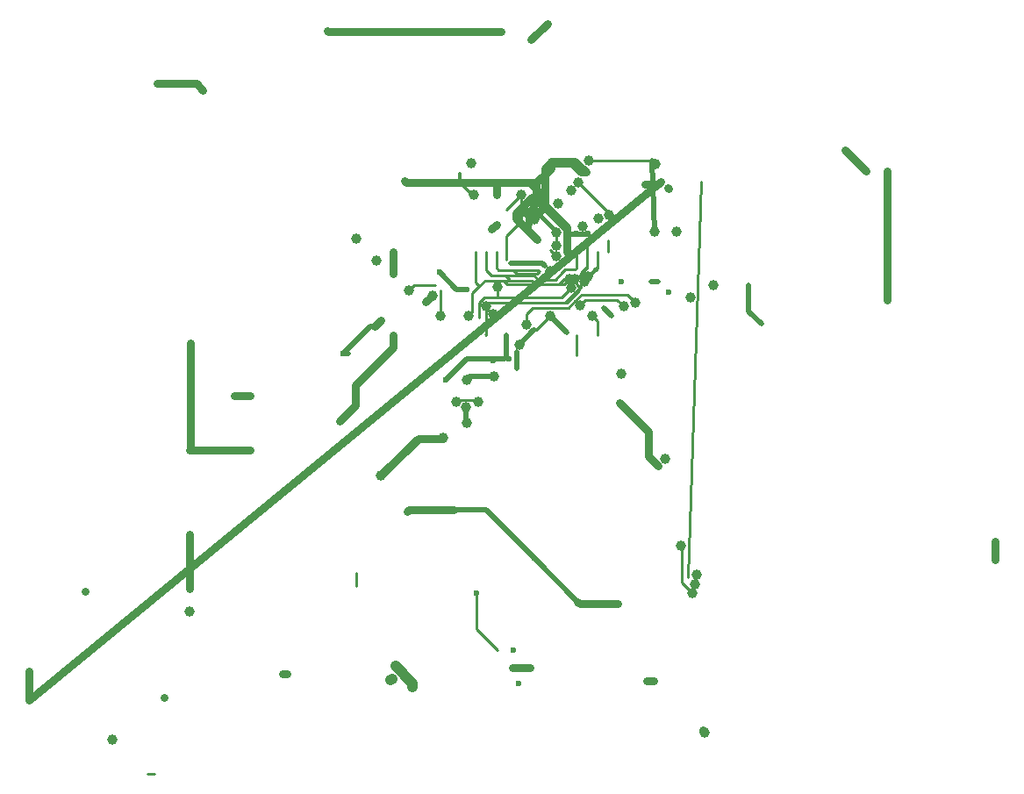
<source format=gbr>
From 723995c54131a132e8ab4bd8d9bbc1ca0eb1d3ee Mon Sep 17 00:00:00 2001
From: jaseg <git@jaseg.net>
Date: Mon, 18 Sep 2017 11:26:05 +0200
Subject: hw v0.4

---
 hw/chibi/chibi_2024/gerbers/chibi_2024-B.Cu.gbr | 876 ++++++++++++------------
 1 file changed, 437 insertions(+), 439 deletions(-)

(limited to 'hw/chibi/chibi_2024/gerbers/chibi_2024-B.Cu.gbr')

diff --git a/hw/chibi/chibi_2024/gerbers/chibi_2024-B.Cu.gbr b/hw/chibi/chibi_2024/gerbers/chibi_2024-B.Cu.gbr
index d7a24ab..71386c8 100644
--- a/hw/chibi/chibi_2024/gerbers/chibi_2024-B.Cu.gbr
+++ b/hw/chibi/chibi_2024/gerbers/chibi_2024-B.Cu.gbr
@@ -1,7 +1,7 @@
 G04 #@! TF.FileFunction,Copper,L2,Bot,Signal*
 %FSLAX46Y46*%
 G04 Gerber Fmt 4.6, Leading zero omitted, Abs format (unit mm)*
-G04 Created by KiCad (PCBNEW 4.0.6) date Wed Sep  6 14:36:40 2017*
+G04 Created by KiCad (PCBNEW 4.0.6) date Mon Sep 18 11:29:53 2017*
 %MOMM*%
 %LPD*%
 G01*
@@ -23,9 +23,9 @@ G04 APERTURE LIST*
 %ADD24O,1.727200X1.727200*%
 %ADD25C,0.600000*%
 %ADD26C,1.000000*%
-%ADD27C,0.500000*%
+%ADD27C,0.800000*%
 %ADD28C,0.254000*%
-%ADD29C,0.800000*%
+%ADD29C,0.500000*%
 %ADD30C,0.350000*%
 %ADD31C,1.000000*%
 %ADD32C,0.250000*%
@@ -240,18 +240,17 @@ X120650000Y-60960000D03*
 X130810000Y-60960000D03*
 X123190000Y-60960000D03*
 D25*
+X102900000Y-67000000D03*
+X104000000Y-67000000D03*
+X90297000Y-81153000D03*
 X96393000Y-79121000D03*
 X95885000Y-79121000D03*
-X94869000Y-79248000D03*
-X94234000Y-79121000D03*
-X90297000Y-81153000D03*
 X98806000Y-98298000D03*
 X93218000Y-101727000D03*
 X107188000Y-71628000D03*
 X111760000Y-72644000D03*
 X89662000Y-70739000D03*
 X92329000Y-72390000D03*
-X104013000Y-67056000D03*
 D26*
 X92710000Y-60198000D03*
 X92964000Y-63246000D03*
@@ -274,6 +273,7 @@ D25*
 X97300000Y-110400000D03*
 X96700000Y-108900000D03*
 X98400000Y-108900000D03*
+X103825000Y-61075000D03*
 X111800000Y-62650000D03*
 X87100000Y-110750000D03*
 X96850000Y-107200000D03*
@@ -298,7 +298,6 @@ X80400000Y-78600000D03*
 X94725000Y-66575000D03*
 X86300000Y-61900000D03*
 X91675000Y-62100000D03*
-X103825000Y-61075000D03*
 D26*
 X115290600Y-115109000D03*
 X89000000Y-72975000D03*
@@ -341,6 +340,8 @@ X110425000Y-66800000D03*
 X112600000Y-66800000D03*
 X110500000Y-60275000D03*
 X104075000Y-59950000D03*
+X93425000Y-83200000D03*
+X91300000Y-83200000D03*
 X114300000Y-100800000D03*
 X111500000Y-88750000D03*
 X114500000Y-99900000D03*
@@ -429,11 +430,11 @@ X102425000Y-62800000D03*
 X105050000Y-65525000D03*
 X106025000Y-65200000D03*
 X103075000Y-62100000D03*
-X107442000Y-74041000D03*
+X99300000Y-65000000D03*
 X103251000Y-73914000D03*
+X107442000Y-74041000D03*
 X100965000Y-68199000D03*
 X100950000Y-66900000D03*
-X98025000Y-64975000D03*
 X100965000Y-69215000D03*
 X98806000Y-65659000D03*
 X107188000Y-80518000D03*
@@ -442,18 +443,19 @@ X103505000Y-66294000D03*
 X101125000Y-64075000D03*
 X113000000Y-97100000D03*
 X114100000Y-101700000D03*
+X104000000Y-71100000D03*
 X102362000Y-72263000D03*
-X103632000Y-71628000D03*
 X95250000Y-72175000D03*
 X94875000Y-74775000D03*
 X94200000Y-73975000D03*
 X104394000Y-74930000D03*
-X102235000Y-71374000D03*
+X102700000Y-71400000D03*
 X92456000Y-74930000D03*
 X58150000Y-115800000D03*
 X65532000Y-103505000D03*
 X83642200Y-69596000D03*
 X81635600Y-67513200D03*
+X92300000Y-81100000D03*
 X90043000Y-86741000D03*
 X113919000Y-73152000D03*
 X116078000Y-72009000D03*
@@ -461,33 +463,64 @@ X97376000Y-77724000D03*
 X100330000Y-70612000D03*
 X100330000Y-74930000D03*
 X97600000Y-63250000D03*
-X94950000Y-80800000D03*
-X92275000Y-83775000D03*
 X84050000Y-90325000D03*
-X92325000Y-85225000D03*
-X98044000Y-75819000D03*
 X89789000Y-74930000D03*
 X86741000Y-72517000D03*
+X98044000Y-75819000D03*
 X108585000Y-73660000D03*
 D27*
+X99250000Y-63700000D02*
+X99250000Y-62950000D01*
+X99850000Y-64300000D02*
+X99250000Y-63700000D01*
+D28*
+X98048000Y-63952000D02*
+X99050000Y-62950000D01*
+X99050000Y-62950000D02*
+X99250000Y-62950000D01*
+X99250000Y-62950000D02*
+X99250000Y-63150000D01*
+X99300000Y-63200000D02*
+X99300000Y-63000000D01*
+X99250000Y-63150000D02*
+X99300000Y-63200000D01*
+X98048000Y-66552000D02*
+X98048000Y-63952000D01*
+X102900000Y-67000000D02*
+X102900000Y-67100000D01*
+X102900000Y-67100000D02*
+X102900000Y-67000000D01*
+X102900000Y-67000000D02*
+X102900000Y-67100000D01*
+D29*
+X102900000Y-67100000D02*
+X101942000Y-67100000D01*
+X101942000Y-67100000D02*
+X101942000Y-67056000D01*
+X103900000Y-67100000D02*
+X102900000Y-67100000D01*
+X104000000Y-67000000D02*
+X103900000Y-67100000D01*
+X95885000Y-79121000D02*
+X95864000Y-79100000D01*
+X93100000Y-79100000D02*
+X93100000Y-79121000D01*
+X95864000Y-79100000D02*
+X93100000Y-79100000D01*
+X90297000Y-81153000D02*
+X92329000Y-79121000D01*
+X92329000Y-79121000D02*
+X93100000Y-79121000D01*
 X96178000Y-78906000D02*
 X96178000Y-76771000D01*
 X96393000Y-79121000D02*
 X96178000Y-78906000D01*
-X94996000Y-79121000D02*
-X95885000Y-79121000D01*
-X94869000Y-79248000D02*
-X94996000Y-79121000D01*
-X92329000Y-79121000D02*
-X94234000Y-79121000D01*
-X90297000Y-81153000D02*
-X92329000Y-79121000D01*
 D28*
 X93218000Y-105168000D02*
 X95250000Y-107200000D01*
 X93218000Y-101727000D02*
 X93218000Y-105168000D01*
-D27*
+D29*
 X110744000Y-71628000D02*
 X110109000Y-71628000D01*
 X110109000Y-71628000D02*
@@ -499,10 +532,10 @@ X83025000Y-75975000D02*
 X83450000Y-75975000D01*
 X80400000Y-78600000D02*
 X83025000Y-75975000D01*
-D29*
+D27*
 X83450000Y-75975000D02*
 X84030500Y-75394500D01*
-D27*
+D29*
 X80400000Y-78600000D02*
 X80912000Y-78600000D01*
 X80912000Y-78600000D02*
@@ -512,8 +545,6 @@ X89662000Y-70739000D02*
 X91313000Y-72390000D01*
 X91313000Y-72390000D02*
 X92329000Y-72390000D01*
-X101942000Y-67056000D02*
-X104013000Y-67056000D01*
 D30*
 X91675000Y-62100000D02*
 X91675000Y-61233000D01*
@@ -523,7 +554,7 @@ X92821000Y-63246000D02*
 X91675000Y-62100000D01*
 X92964000Y-63246000D02*
 X92821000Y-63246000D01*
-D29*
+D27*
 X65600000Y-87900000D02*
 X71415400Y-87900000D01*
 X71415400Y-87900000D02*
@@ -555,7 +586,7 @@ X65659000Y-79184500D02*
 X65659000Y-77597000D01*
 X65659000Y-87900000D02*
 X65659000Y-79184500D01*
-D29*
+D27*
 X69900000Y-82600000D02*
 X71400000Y-82600000D01*
 X69800000Y-82700000D02*
@@ -580,14 +611,14 @@ X110371600Y-110190000D02*
 X109664000Y-110190000D01*
 X103000000Y-102492000D02*
 X103208000Y-102700000D01*
-D27*
+D29*
 X94183200Y-93675200D02*
 X91059000Y-93675200D01*
 X103000000Y-102492000D02*
 X98806000Y-98298000D01*
 X98806000Y-98298000D02*
 X94183200Y-93675200D01*
-D29*
+D27*
 X103208000Y-102700000D02*
 X106900000Y-102700000D01*
 X106900000Y-102700000D02*
@@ -598,14 +629,14 @@ X96700000Y-108900000D02*
 X98400000Y-108900000D01*
 X99850000Y-64300000D02*
 X99850000Y-60750000D01*
-X103325000Y-61075000D02*
-X103825000Y-61075000D01*
-X102450000Y-60200000D02*
-X103325000Y-61075000D01*
-X100400000Y-60200000D02*
-X102450000Y-60200000D01*
 X99850000Y-60750000D02*
 X100400000Y-60200000D01*
+X100400000Y-60200000D02*
+X102450000Y-60200000D01*
+X102450000Y-60200000D02*
+X103325000Y-61075000D01*
+X103325000Y-61075000D02*
+X103825000Y-61075000D01*
 X111800000Y-62650000D02*
 X111750000Y-62600000D01*
 X101942000Y-68771000D02*
@@ -614,14 +645,16 @@ X101942000Y-67056000D02*
 X101942000Y-66392000D01*
 X98400000Y-62100000D02*
 X95950000Y-62100000D01*
-X99250000Y-62950000D02*
+X99300000Y-63000000D02*
 X98400000Y-62100000D01*
-X99250000Y-63700000D02*
-X99250000Y-62950000D01*
+D28*
+X95950000Y-62100000D02*
+X95175000Y-62100000D01*
+D27*
+X99250000Y-62950000D02*
+X99300000Y-63000000D01*
 X101942000Y-66392000D02*
 X99850000Y-64300000D01*
-X99850000Y-64300000D02*
-X99250000Y-63700000D01*
 D31*
 X87100000Y-110750000D02*
 X87100000Y-110400000D01*
@@ -639,7 +672,7 @@ X85450000Y-108750000D02*
 X87100000Y-110400000D01*
 X85000000Y-110050000D02*
 X85100000Y-109950000D01*
-D29*
+D27*
 X110744000Y-62230000D02*
 X109474000Y-62230000D01*
 X110998000Y-61976000D02*
@@ -680,13 +713,7 @@ X50038000Y-112014000D01*
 X50038000Y-112014000D02*
 X50038000Y-109220000D01*
 X99060000Y-67564000D02*
-X97028000Y-65532000D01*
-X97028000Y-65532000D02*
-X97028000Y-65024000D01*
-X97028000Y-65024000D02*
-X98552000Y-63500000D01*
-X98552000Y-63500000D02*
-X99050000Y-63500000D01*
+X98048000Y-66552000D01*
 X98495000Y-48300000D02*
 X100095000Y-46700000D01*
 X96375000Y-48300000D02*
@@ -697,19 +724,7 @@ X78975000Y-47525000D02*
 X95600000Y-47525000D01*
 X78875000Y-47425000D02*
 X78975000Y-47525000D01*
-X99050000Y-63675000D02*
-X99050000Y-63500000D01*
-X101942000Y-66567000D02*
-X99050000Y-63675000D01*
-X101942000Y-68771000D02*
-X101942000Y-66567000D01*
-X99050000Y-63500000D02*
-X99050000Y-62000000D01*
-X99050000Y-62000000D02*
-X99087500Y-62037500D01*
-X99087500Y-62037500D02*
-X99087500Y-62100000D01*
-D29*
+D27*
 X74993500Y-109474000D02*
 X74549000Y-109474000D01*
 X63309500Y-120713500D02*
@@ -727,31 +742,17 @@ X95175000Y-63275000D02*
 X95175000Y-62100000D01*
 X94725000Y-66575000D02*
 X95175000Y-66125000D01*
-X100450000Y-60025000D02*
-X100450000Y-60675000D01*
-X100450000Y-60675000D02*
-X99025000Y-62100000D01*
-X99025000Y-62100000D02*
-X99087500Y-62100000D01*
-X99087500Y-62100000D02*
-X95950000Y-62100000D01*
-X95950000Y-62100000D02*
-X95175000Y-62100000D01*
 X95175000Y-62100000D02*
 X91675000Y-62100000D01*
 X86300000Y-61900000D02*
 X86500000Y-62100000D01*
 X86500000Y-62100000D02*
 X91675000Y-62100000D01*
-X103825000Y-61075000D02*
-X102775000Y-60025000D01*
-X102775000Y-60025000D02*
-X100450000Y-60025000D01*
 X115290600Y-115109000D02*
 X115116781Y-114935181D01*
 X115116781Y-114935181D02*
 X115114927Y-114935181D01*
-D29*
+D27*
 X88375000Y-73600000D02*
 X89000000Y-72975000D01*
 X84030500Y-75394500D02*
@@ -825,7 +826,7 @@ X65600000Y-96045600D02*
 X65595500Y-96050100D01*
 X65595500Y-96050100D02*
 X65595500Y-101282500D01*
-D29*
+D27*
 X143332200Y-96672400D02*
 X143332200Y-98463100D01*
 X143306800Y-93472000D02*
@@ -855,14 +856,14 @@ X86563200Y-93853000D02*
 X86741000Y-93675200D01*
 X86741000Y-93675200D02*
 X91059000Y-93675200D01*
-D29*
+D27*
 X109855000Y-86106000D02*
 X107061000Y-83312000D01*
 X109855000Y-88519000D02*
 X109855000Y-86106000D01*
 X110744000Y-89408000D02*
 X109855000Y-88519000D01*
-D27*
+D29*
 X110500000Y-60275000D02*
 X110175000Y-59950000D01*
 X110175000Y-59950000D02*
@@ -872,6 +873,12 @@ X110425000Y-66800000D01*
 D28*
 X110175000Y-59950000D02*
 X104075000Y-59950000D01*
+X91400000Y-83100000D02*
+X91300000Y-83200000D01*
+X93325000Y-83100000D02*
+X91400000Y-83100000D01*
+X93325000Y-83100000D02*
+X93425000Y-83200000D01*
 D32*
 X113700000Y-99700000D02*
 X113700000Y-100200000D01*
@@ -1268,7 +1275,7 @@ X114909600Y-61976000D01*
 D28*
 X105942000Y-68771000D02*
 X105942000Y-67641600D01*
-D29*
+D27*
 X55498500Y-101554000D02*
 X55499000Y-101554000D01*
 X55499000Y-101554000D02*
@@ -1446,7 +1453,7 @@ X66236998Y-52520998D02*
 X66216000Y-52500000D01*
 X62479002Y-52520998D02*
 X66236998Y-52520998D01*
-D29*
+D27*
 X66858000Y-53142000D02*
 X66216000Y-52500000D01*
 X60750000Y-54250000D02*
@@ -1645,7 +1652,7 @@ X132842000Y-60960000D02*
 X132842000Y-73406000D01*
 X128778000Y-58928000D02*
 X130810000Y-60960000D01*
-D29*
+D27*
 X63100000Y-111779000D02*
 X63119000Y-111760000D01*
 X63100000Y-111800000D02*
@@ -1732,12 +1739,12 @@ X85178000Y-68771000D02*
 X85178000Y-70905000D01*
 X81534000Y-83566000D02*
 X80010000Y-85090000D01*
-X85178000Y-76771000D02*
-X85178000Y-78017000D01*
-X85178000Y-78017000D02*
-X81534000Y-81661000D01*
 X81534000Y-81661000D02*
 X81534000Y-83566000D01*
+X85178000Y-78017000D02*
+X81534000Y-81661000D01*
+X85178000Y-76771000D02*
+X85178000Y-78017000D01*
 D28*
 X81622900Y-101003100D02*
 X81622900Y-99733100D01*
@@ -1945,18 +1952,16 @@ X102942000Y-76771000D02*
 X102942000Y-78668000D01*
 X102942000Y-78668000D02*
 X102870000Y-78740000D01*
-X96774000Y-70500000D02*
-X97140000Y-70866000D01*
-X99060000Y-70866000D02*
-X99314000Y-70612000D01*
-X97140000Y-70866000D02*
-X99060000Y-70866000D01*
 D32*
+X96600000Y-70500000D02*
+X99202000Y-70500000D01*
+X99202000Y-70500000D02*
+X99314000Y-70612000D01*
 X95178000Y-70278000D02*
 X95178000Y-68771000D01*
 X95400000Y-70500000D02*
 X95178000Y-70278000D01*
-X96774000Y-70500000D02*
+X96600000Y-70500000D02*
 X95400000Y-70500000D01*
 D28*
 X102425000Y-62900000D02*
@@ -1967,24 +1972,20 @@ X106025000Y-65050000D02*
 X106025000Y-65200000D01*
 X103075000Y-62100000D02*
 X106025000Y-65050000D01*
+X100950000Y-66900000D02*
+X100950000Y-66650000D01*
+X100950000Y-66650000D02*
+X99300000Y-65000000D01*
 X107442000Y-74041000D02*
 X106807000Y-73406000D01*
-X103759000Y-73406000D02*
-X103251000Y-73914000D01*
 X106807000Y-73406000D02*
 X103759000Y-73406000D01*
+X103759000Y-73406000D02*
+X103251000Y-73914000D01*
 X100965000Y-68199000D02*
 X100950000Y-68184000D01*
 X100950000Y-68184000D02*
 X100950000Y-66900000D01*
-X100175000Y-66125000D02*
-X99025000Y-64975000D01*
-X99025000Y-64975000D02*
-X98025000Y-64975000D01*
-D32*
-X100950000Y-66900000D02*
-X100175000Y-66125000D01*
-D28*
 X100965000Y-69215000D02*
 X100330000Y-68580000D01*
 X100330000Y-68580000D02*
@@ -2011,6 +2012,10 @@ X113100000Y-100700000D02*
 X113100000Y-97200000D01*
 X114100000Y-101700000D02*
 X113100000Y-100700000D01*
+X95500000Y-71000000D02*
+X98800000Y-71000000D01*
+X98800000Y-71000000D02*
+X99249998Y-71449998D01*
 D28*
 X101575000Y-70725000D02*
 X101815000Y-70485000D01*
@@ -2021,49 +2026,37 @@ X102790000Y-70485000D01*
 X102942000Y-70333000D02*
 X102942000Y-68771000D01*
 D32*
-X95925000Y-71000000D02*
-X96025000Y-71000000D01*
 X100850002Y-71449998D02*
 X101575000Y-70725000D01*
-X96474998Y-71449998D02*
+X99249998Y-71449998D02*
 X100850002Y-71449998D01*
-X96025000Y-71000000D02*
-X96474998Y-71449998D01*
 X94178000Y-68771000D02*
 X94178000Y-70503000D01*
 X102942000Y-70333000D02*
 X102942000Y-68771000D01*
 X94675000Y-71000000D02*
-X95925000Y-71000000D01*
+X95500000Y-71000000D01*
 X94178000Y-70503000D02*
 X94675000Y-71000000D01*
 D28*
+X104000000Y-71100000D02*
+X104700000Y-70400000D01*
+X104700000Y-70400000D02*
+X104942000Y-70158000D01*
+X104942000Y-70158000D02*
+X104942000Y-68771000D01*
 X99187000Y-73152000D02*
 X101473000Y-73152000D01*
+X95250000Y-73152000D02*
+X99187000Y-73152000D01*
 X101473000Y-73152000D02*
 X102362000Y-72263000D01*
-X104775000Y-70485000D02*
-X104775000Y-70500000D01*
-D32*
-X104775000Y-70500000D02*
-X104942000Y-70333000D01*
-X104942000Y-70333000D02*
-X104942000Y-68771000D01*
-D28*
-X103632000Y-71628000D02*
-X103647000Y-71628000D01*
-X103647000Y-71628000D02*
-X103647000Y-71613000D01*
-X103647000Y-71613000D02*
-X104775000Y-70485000D01*
 X95250000Y-72175000D02*
 X95250000Y-73152000D01*
 X93525000Y-73660000D02*
 X94033000Y-73152000D01*
 X94033000Y-73152000D02*
 X95250000Y-73152000D01*
-X95250000Y-73152000D02*
-X99187000Y-73152000D01*
 D32*
 X93525000Y-75100000D02*
 X93525000Y-73660000D01*
@@ -2084,41 +2077,31 @@ X95178000Y-75078000D01*
 X95178000Y-75078000D02*
 X94875000Y-74775000D01*
 D28*
-X101092000Y-73660000D02*
-X101981000Y-73660000D01*
-X103124000Y-72517000D02*
-X103124000Y-72136000D01*
-X101981000Y-73660000D02*
-X103124000Y-72517000D01*
-X102870000Y-71374000D02*
-X102870000Y-71882000D01*
-X102870000Y-71882000D02*
-X103124000Y-72136000D01*
-X101092000Y-73660000D02*
-X94515000Y-73660000D01*
+X94178000Y-76771000D02*
+X94178000Y-73997000D01*
+X94178000Y-73997000D02*
+X94200000Y-73975000D01*
 D32*
-X103942000Y-70283000D02*
-X103475000Y-70750000D01*
-X103475000Y-70750000D02*
-X103378000Y-70847000D01*
-X103942000Y-68771000D02*
-X103942000Y-70283000D01*
+X103850000Y-70250000D02*
+X103300000Y-70800000D01*
 D28*
-X102870000Y-71374000D02*
-X102870000Y-71374000D01*
-X102870000Y-71374000D02*
-X103378000Y-70866000D01*
-X103378000Y-70866000D02*
-X103378000Y-70847000D01*
+X101092000Y-73660000D02*
+X94515000Y-73660000D01*
 X94200000Y-73975000D02*
 X94515000Y-73660000D01*
+X101092000Y-73660000D02*
+X101840000Y-73660000D01*
 D32*
-X94178000Y-74475000D02*
-X94200000Y-74453000D01*
-X94200000Y-74453000D02*
-X94200000Y-73975000D01*
-X94178000Y-76771000D02*
-X94178000Y-74475000D01*
+X103100000Y-72400000D02*
+X101840000Y-73660000D01*
+X103850000Y-70250000D02*
+X103942000Y-70158000D01*
+X103942000Y-70158000D02*
+X103942000Y-68771000D01*
+X103300000Y-70800000D02*
+X103300000Y-72200000D01*
+X103300000Y-72200000D02*
+X103100000Y-72400000D01*
 D28*
 X103942000Y-68771000D02*
 X103942000Y-67660400D01*
@@ -2127,45 +2110,45 @@ X94157800Y-76791200D02*
 X94178000Y-76771000D01*
 X94107000Y-76700000D02*
 X94178000Y-76771000D01*
+X92850000Y-73600000D02*
+X92850000Y-74536000D01*
+X92850000Y-74536000D02*
+X92456000Y-74930000D01*
+X95400000Y-71525000D02*
+X98625000Y-71525000D01*
+X98625000Y-71525000D02*
+X99000000Y-71900000D01*
+X99900000Y-71900000D02*
+X99000000Y-71900000D01*
 D28*
-X104942000Y-76771000D02*
-X104942000Y-75478000D01*
 X104942000Y-75478000D02*
 X104394000Y-74930000D01*
-X101709000Y-71900000D02*
-X101473000Y-71900000D01*
-X102235000Y-71374000D02*
-X101709000Y-71900000D01*
+X104942000Y-76771000D02*
+X104942000Y-75478000D01*
 D32*
+X101200000Y-71900000D02*
+X101300000Y-71800000D01*
+X99900000Y-71900000D02*
+X101200000Y-71900000D01*
+X101300000Y-71800000D02*
+X101450000Y-71650000D01*
+X101700000Y-71400000D02*
+X102700000Y-71400000D01*
+X101450000Y-71650000D02*
+X101700000Y-71400000D01*
 X94600000Y-71525000D02*
-X95849996Y-71525000D01*
+X95400000Y-71525000D01*
 X94075000Y-71525000D02*
 X93537500Y-72062500D01*
 X94075000Y-71525000D02*
 X94600000Y-71525000D01*
-X96149998Y-71825002D02*
-X96224996Y-71900000D01*
-X96149998Y-71900000D02*
-X96149998Y-71825002D01*
-X100602000Y-71900000D02*
-X96149998Y-71900000D01*
-X95849996Y-71525000D02*
-X96224996Y-71900000D01*
-D28*
-X101473000Y-71900000D02*
-X100602000Y-71900000D01*
-X92850000Y-74625000D02*
-X92761000Y-74625000D01*
-X92761000Y-74625000D02*
-X92456000Y-74930000D01*
-D32*
 X93178000Y-68771000D02*
 X93178000Y-71703000D01*
 X93178000Y-71703000D02*
 X93537500Y-72062500D01*
 X92850000Y-72750000D02*
 X93537500Y-72062500D01*
-X92850000Y-74625000D02*
+X92850000Y-73600000D02*
 X92850000Y-72750000D01*
 X62200000Y-119126000D02*
 X61476000Y-119126000D01*
@@ -2192,20 +2175,29 @@ X81635600Y-67589400D02*
 X81635600Y-67513200D01*
 X81635600Y-67589400D02*
 X81635600Y-67513200D01*
+D27*
+X84050000Y-90325000D02*
+X84055000Y-90325000D01*
+X84055000Y-90325000D02*
+X87630000Y-86750000D01*
+D28*
+X97600000Y-63250000D02*
+X97600000Y-65800000D01*
+X97600000Y-65800000D02*
+X96178000Y-67222000D01*
 D29*
-X87630000Y-86750000D02*
-X87494000Y-86750000D01*
-X87494000Y-86750000D02*
-X84050000Y-90194000D01*
-X84050000Y-90194000D02*
-X84050000Y-90325000D01*
+X94950000Y-80800000D02*
+X92600000Y-80800000D01*
+X92600000Y-80800000D02*
+X92300000Y-81100000D01*
+D27*
 X90043000Y-86741000D02*
 X90034000Y-86750000D01*
 X90034000Y-86750000D02*
 X88700000Y-86750000D01*
 X88700000Y-86750000D02*
 X87630000Y-86750000D01*
-D27*
+D29*
 X106299000Y-74930000D02*
 X105537000Y-74168000D01*
 X113538000Y-73533000D02*
@@ -2235,7 +2227,7 @@ X119507000Y-74467000D02*
 X120740000Y-75700000D01*
 X119507000Y-71927000D02*
 X119507000Y-74467000D01*
-D27*
+D29*
 X100330000Y-74930000D02*
 X101942000Y-76542000D01*
 X101942000Y-76542000D02*
@@ -2255,7 +2247,7 @@ X99568000Y-69850000D02*
 X96520000Y-69850000D01*
 X99822000Y-70104000D02*
 X99568000Y-69850000D01*
-D27*
+D29*
 X97175000Y-78425000D02*
 X97175000Y-79975000D01*
 X96350000Y-80800000D02*
@@ -2270,10 +2262,6 @@ X97401000Y-77724000D02*
 X98802000Y-76323000D01*
 X98802000Y-76323000D02*
 X98875000Y-76250000D01*
-X92325000Y-85225000D02*
-X92275000Y-85175000D01*
-X92275000Y-85175000D02*
-X92275000Y-83775000D01*
 D28*
 X96178000Y-69508000D02*
 X96178000Y-68771000D01*
@@ -2281,34 +2269,10 @@ X98875000Y-76250000D02*
 X99010000Y-76250000D01*
 X99010000Y-76250000D02*
 X100330000Y-74930000D01*
-X92275000Y-83775000D02*
-X92275000Y-85175000D01*
-X96178000Y-64672000D02*
+X96178000Y-67222000D02*
 X96178000Y-68771000D01*
-X97600000Y-63250000D02*
-X96178000Y-64672000D01*
 X98875000Y-76250000D02*
 X97175000Y-77950000D01*
-X108585000Y-73660000D02*
-X107823000Y-72898000D01*
-X103378000Y-72898000D02*
-X102743000Y-73533000D01*
-X107823000Y-72898000D02*
-X103378000Y-72898000D01*
-X108204000Y-73279000D02*
-X108585000Y-73660000D01*
-X101219000Y-74168000D02*
-X102108000Y-74168000D01*
-X102108000Y-74168000D02*
-X102743000Y-73533000D01*
-X98044000Y-74803000D02*
-X98044000Y-75819000D01*
-X98171000Y-74676000D02*
-X98044000Y-74803000D01*
-X101219000Y-74168000D02*
-X98679000Y-74168000D01*
-X98679000Y-74168000D02*
-X98171000Y-74676000D01*
 X89789000Y-72517000D02*
 X89789000Y-74930000D01*
 X89281000Y-72009000D02*
@@ -2317,6 +2281,26 @@ X87249000Y-72009000D02*
 X89281000Y-72009000D01*
 X86741000Y-72517000D02*
 X87249000Y-72009000D01*
+X98679000Y-74168000D02*
+X98171000Y-74676000D01*
+X101219000Y-74168000D02*
+X98679000Y-74168000D01*
+X98171000Y-74676000D02*
+X98044000Y-74803000D01*
+X98044000Y-74803000D02*
+X98044000Y-75819000D01*
+X102108000Y-74168000D02*
+X102743000Y-73533000D01*
+X101219000Y-74168000D02*
+X102108000Y-74168000D01*
+X107823000Y-72898000D02*
+X103378000Y-72898000D01*
+X103378000Y-72898000D02*
+X102743000Y-73533000D01*
+X108585000Y-73660000D02*
+X107823000Y-72898000D01*
+X108204000Y-73279000D02*
+X108585000Y-73660000D01*
 X108585000Y-73660000D02*
 X108204000Y-73279000D01*
 G36*
@@ -2760,6 +2744,7 @@ X66876908Y-61827109D01*
 X66890559Y-61895738D01*
 X66988974Y-62043026D01*
 X67750974Y-62805027D01*
+X67837666Y-62862952D01*
 X67898262Y-62903441D01*
 X68072000Y-62938000D01*
 X75249948Y-62938000D01*
@@ -3127,6 +3112,7 @@ X68660262Y-102273441D01*
 X68834000Y-102308000D01*
 X75249948Y-102308000D01*
 X75878974Y-102937027D01*
+X76023498Y-103033594D01*
 X76026262Y-103035441D01*
 X76200000Y-103070000D01*
 X76327000Y-103070000D01*
@@ -3519,21 +3505,18 @@ X84442641Y-98403661D01*
 X84344226Y-98256373D01*
 X80921200Y-94833348D01*
 X80921200Y-92364652D01*
-X83395006Y-89890847D01*
-X83378340Y-89915789D01*
-X83378340Y-89915790D01*
-X83322999Y-90194000D01*
-X83323000Y-90194005D01*
+X82960852Y-90325000D01*
 X83323000Y-90325000D01*
 X83378340Y-90603211D01*
 X83535933Y-90839067D01*
 X83771789Y-90996660D01*
 X84050000Y-91052000D01*
-X84328211Y-90996660D01*
-X84564067Y-90839067D01*
-X84721660Y-90603211D01*
-X84734755Y-90537379D01*
-X87795133Y-87477000D01*
+X84054995Y-91052000D01*
+X84055000Y-91052001D01*
+X84301338Y-91003000D01*
+X84333211Y-90996660D01*
+X84569067Y-90839067D01*
+X87931133Y-87477000D01*
 X90033995Y-87477000D01*
 X90034000Y-87477001D01*
 X90266052Y-87430842D01*
@@ -3547,46 +3530,52 @@ X90557067Y-86226933D01*
 X90321211Y-86069340D01*
 X90043000Y-86013999D01*
 X89997750Y-86023000D01*
-X87494005Y-86023000D01*
-X87494000Y-86022999D01*
-X87215790Y-86078339D01*
-X87137527Y-86130633D01*
-X86979933Y-86235933D01*
-X86979931Y-86235936D01*
-X85641683Y-87574183D01*
+X87630000Y-86023000D01*
+X87351789Y-86078340D01*
+X87115933Y-86235933D01*
+X87115931Y-86235936D01*
+X83551001Y-89800865D01*
+X83535933Y-89810933D01*
+X83378340Y-90046789D01*
+X83323000Y-90325000D01*
+X82960852Y-90325000D01*
+X85538027Y-87747826D01*
+X85636441Y-87600538D01*
 X85671000Y-87426800D01*
 X85671000Y-86741000D01*
 X85669000Y-86730945D01*
 X85669000Y-85150224D01*
-X86920053Y-83899171D01*
-X91647891Y-83899171D01*
-X91698000Y-84020444D01*
-X91698000Y-85174995D01*
-X91697999Y-85175000D01*
-X91698043Y-85175221D01*
-X91697891Y-85349171D01*
-X91793145Y-85579703D01*
-X91969369Y-85756235D01*
-X92199735Y-85851891D01*
-X92449171Y-85852109D01*
-X92679703Y-85756855D01*
-X92856235Y-85580631D01*
-X92951891Y-85350265D01*
-X92952109Y-85100829D01*
-X92856855Y-84870297D01*
-X92852000Y-84865434D01*
-X92852000Y-84020416D01*
-X92901891Y-83900265D01*
-X92902109Y-83650829D01*
-X92806855Y-83420297D01*
-X92630631Y-83243765D01*
-X92400265Y-83148109D01*
-X92150829Y-83147891D01*
-X91920297Y-83243145D01*
-X91743765Y-83419369D01*
-X91648109Y-83649735D01*
-X91647891Y-83899171D01*
-X86920053Y-83899171D01*
+X87495053Y-83324171D01*
+X90672891Y-83324171D01*
+X90768145Y-83554703D01*
+X90944369Y-83731235D01*
+X91174735Y-83826891D01*
+X91424171Y-83827109D01*
+X91654703Y-83731855D01*
+X91831235Y-83555631D01*
+X91831912Y-83554000D01*
+X92892855Y-83554000D01*
+X92893145Y-83554703D01*
+X93069369Y-83731235D01*
+X93299735Y-83826891D01*
+X93549171Y-83827109D01*
+X93779703Y-83731855D01*
+X93956235Y-83555631D01*
+X94051891Y-83325265D01*
+X94052109Y-83075829D01*
+X93956855Y-82845297D01*
+X93780631Y-82668765D01*
+X93550265Y-82573109D01*
+X93300829Y-82572891D01*
+X93123892Y-82646000D01*
+X91600807Y-82646000D01*
+X91425265Y-82573109D01*
+X91175829Y-82572891D01*
+X90945297Y-82668145D01*
+X90768765Y-82844369D01*
+X90673109Y-83074735D01*
+X90672891Y-83324171D01*
+X87495053Y-83324171D01*
 X92464819Y-78354406D01*
 X92478000Y-78354406D01*
 X92599179Y-78331605D01*
@@ -3644,18 +3633,21 @@ X96597999Y-77950000D01*
 X96598000Y-77950005D01*
 X96598000Y-79735999D01*
 X96110998Y-80223000D01*
-X95195416Y-80223000D01*
-X95075265Y-80173109D01*
-X94825829Y-80172891D01*
-X94595297Y-80268145D01*
-X94418765Y-80444369D01*
-X94323109Y-80674735D01*
-X94322891Y-80924171D01*
-X94418145Y-81154703D01*
-X94594369Y-81331235D01*
-X94824735Y-81426891D01*
-X95074171Y-81427109D01*
-X95195444Y-81377000D01*
+X92600000Y-80223000D01*
+X92379192Y-80266922D01*
+X92191999Y-80391999D01*
+X92065534Y-80518464D01*
+X91945297Y-80568145D01*
+X91768765Y-80744369D01*
+X91673109Y-80974735D01*
+X91672891Y-81224171D01*
+X91768145Y-81454703D01*
+X91944369Y-81631235D01*
+X92174735Y-81726891D01*
+X92424171Y-81727109D01*
+X92654703Y-81631855D01*
+X92831235Y-81455631D01*
+X92863885Y-81377000D01*
 X96349995Y-81377000D01*
 X96350000Y-81377001D01*
 X96570808Y-81333078D01*
@@ -4431,7 +4423,7 @@ X118655623Y-74283296D01*
 X119041881Y-74025206D01*
 X119053000Y-74008565D01*
 X119053000Y-74467000D01*
-X119084622Y-74625973D01*
+X119081241Y-74608974D01*
 X119087559Y-74640738D01*
 X119185974Y-74788026D01*
 X119636540Y-75238592D01*
@@ -4469,7 +4461,7 @@ X120284377Y-72036704D01*
 X119961000Y-72252778D01*
 X119961000Y-71927000D01*
 X119926441Y-71753262D01*
-X119889498Y-71697973D01*
+X119908911Y-71727027D01*
 X119828026Y-71605973D01*
 X119303460Y-71081407D01*
 X119390600Y-70643325D01*
@@ -4857,15 +4849,11 @@ X99568000Y-69396000D01*
 X96811406Y-69396000D01*
 X96811406Y-67521000D01*
 X96788605Y-67399821D01*
-X96716988Y-67288526D01*
-X96632000Y-67230456D01*
-X96632000Y-65099171D01*
-X97397891Y-65099171D01*
-X97493145Y-65329703D01*
-X97669369Y-65506235D01*
-X97899735Y-65601891D01*
-X98149171Y-65602109D01*
-X98179060Y-65589759D01*
+X96731294Y-67310758D01*
+X97921027Y-66121026D01*
+X98019441Y-65973738D01*
+X98054000Y-65800000D01*
+X98054000Y-65783171D01*
 X98178891Y-65783171D01*
 X98274145Y-66013703D01*
 X98450369Y-66190235D01*
@@ -4899,26 +4887,24 @@ X101576891Y-67025265D01*
 X101577109Y-66775829D01*
 X101481855Y-66545297D01*
 X101305631Y-66368765D01*
-X101075265Y-66273109D01*
-X100962235Y-66273010D01*
-X100501724Y-65812500D01*
-X100496027Y-65803974D01*
-X99346026Y-64653974D01*
-X99198738Y-64555559D01*
-X99025000Y-64521000D01*
-X98457731Y-64521000D01*
-X98380631Y-64443765D01*
-X98150265Y-64348109D01*
-X97900829Y-64347891D01*
-X97670297Y-64443145D01*
-X97493765Y-64619369D01*
-X97398109Y-64849735D01*
-X97397891Y-65099171D01*
-X96632000Y-65099171D01*
-X96632000Y-64860052D01*
-X97615039Y-63877014D01*
-X97724171Y-63877109D01*
-X97954703Y-63781855D01*
+X101294536Y-66364158D01*
+X101271026Y-66328973D01*
+X99927014Y-64984961D01*
+X99927109Y-64875829D01*
+X99831855Y-64645297D01*
+X99655631Y-64468765D01*
+X99425265Y-64373109D01*
+X99175829Y-64372891D01*
+X98945297Y-64468145D01*
+X98768765Y-64644369D01*
+X98673109Y-64874735D01*
+X98672968Y-65035552D01*
+X98451297Y-65127145D01*
+X98274765Y-65303369D01*
+X98179109Y-65533735D01*
+X98178891Y-65783171D01*
+X98054000Y-65783171D01*
+X98054000Y-63682731D01*
 X98131235Y-63605631D01*
 X98226891Y-63375265D01*
 X98227109Y-63125829D01*
@@ -4929,10 +4915,13 @@ X97475829Y-62622891D01*
 X97245297Y-62718145D01*
 X97068765Y-62894369D01*
 X96973109Y-63124735D01*
-X96973013Y-63234935D01*
-X95856974Y-64350974D01*
-X95758559Y-64498262D01*
-X95724000Y-64672000D01*
+X96972891Y-63374171D01*
+X97068145Y-63604703D01*
+X97146000Y-63682694D01*
+X97146000Y-65611947D01*
+X95856974Y-66900974D01*
+X95758559Y-67048262D01*
+X95724000Y-67222000D01*
 X95724000Y-67231515D01*
 X95677419Y-67261489D01*
 X95607714Y-67213862D01*
@@ -6013,6 +6002,7 @@ X66876908Y-61827109D01*
 X66890559Y-61895738D01*
 X66988974Y-62043026D01*
 X67750974Y-62805027D01*
+X67837666Y-62862952D01*
 X67898262Y-62903441D01*
 X68072000Y-62938000D01*
 X75249948Y-62938000D01*
@@ -6380,6 +6370,7 @@ X68660262Y-102273441D01*
 X68834000Y-102308000D01*
 X75249948Y-102308000D01*
 X75878974Y-102937027D01*
+X76023498Y-103033594D01*
 X76026262Y-103035441D01*
 X76200000Y-103070000D01*
 X76327000Y-103070000D01*
@@ -6772,21 +6763,18 @@ X84442641Y-98403661D01*
 X84344226Y-98256373D01*
 X80921200Y-94833348D01*
 X80921200Y-92364652D01*
-X83395006Y-89890847D01*
-X83378340Y-89915789D01*
-X83378340Y-89915790D01*
-X83322999Y-90194000D01*
-X83323000Y-90194005D01*
+X82960852Y-90325000D01*
 X83323000Y-90325000D01*
 X83378340Y-90603211D01*
 X83535933Y-90839067D01*
 X83771789Y-90996660D01*
 X84050000Y-91052000D01*
-X84328211Y-90996660D01*
-X84564067Y-90839067D01*
-X84721660Y-90603211D01*
-X84734755Y-90537379D01*
-X87795133Y-87477000D01*
+X84054995Y-91052000D01*
+X84055000Y-91052001D01*
+X84301338Y-91003000D01*
+X84333211Y-90996660D01*
+X84569067Y-90839067D01*
+X87931133Y-87477000D01*
 X90033995Y-87477000D01*
 X90034000Y-87477001D01*
 X90266052Y-87430842D01*
@@ -6800,46 +6788,52 @@ X90557067Y-86226933D01*
 X90321211Y-86069340D01*
 X90043000Y-86013999D01*
 X89997750Y-86023000D01*
-X87494005Y-86023000D01*
-X87494000Y-86022999D01*
-X87215790Y-86078339D01*
-X87137527Y-86130633D01*
-X86979933Y-86235933D01*
-X86979931Y-86235936D01*
-X85641683Y-87574183D01*
+X87630000Y-86023000D01*
+X87351789Y-86078340D01*
+X87115933Y-86235933D01*
+X87115931Y-86235936D01*
+X83551001Y-89800865D01*
+X83535933Y-89810933D01*
+X83378340Y-90046789D01*
+X83323000Y-90325000D01*
+X82960852Y-90325000D01*
+X85538027Y-87747826D01*
+X85636441Y-87600538D01*
 X85671000Y-87426800D01*
 X85671000Y-86741000D01*
 X85669000Y-86730945D01*
 X85669000Y-85150224D01*
-X86920053Y-83899171D01*
-X91647891Y-83899171D01*
-X91698000Y-84020444D01*
-X91698000Y-85174995D01*
-X91697999Y-85175000D01*
-X91698043Y-85175221D01*
-X91697891Y-85349171D01*
-X91793145Y-85579703D01*
-X91969369Y-85756235D01*
-X92199735Y-85851891D01*
-X92449171Y-85852109D01*
-X92679703Y-85756855D01*
-X92856235Y-85580631D01*
-X92951891Y-85350265D01*
-X92952109Y-85100829D01*
-X92856855Y-84870297D01*
-X92852000Y-84865434D01*
-X92852000Y-84020416D01*
-X92901891Y-83900265D01*
-X92902109Y-83650829D01*
-X92806855Y-83420297D01*
-X92630631Y-83243765D01*
-X92400265Y-83148109D01*
-X92150829Y-83147891D01*
-X91920297Y-83243145D01*
-X91743765Y-83419369D01*
-X91648109Y-83649735D01*
-X91647891Y-83899171D01*
-X86920053Y-83899171D01*
+X87495053Y-83324171D01*
+X90672891Y-83324171D01*
+X90768145Y-83554703D01*
+X90944369Y-83731235D01*
+X91174735Y-83826891D01*
+X91424171Y-83827109D01*
+X91654703Y-83731855D01*
+X91831235Y-83555631D01*
+X91831912Y-83554000D01*
+X92892855Y-83554000D01*
+X92893145Y-83554703D01*
+X93069369Y-83731235D01*
+X93299735Y-83826891D01*
+X93549171Y-83827109D01*
+X93779703Y-83731855D01*
+X93956235Y-83555631D01*
+X94051891Y-83325265D01*
+X94052109Y-83075829D01*
+X93956855Y-82845297D01*
+X93780631Y-82668765D01*
+X93550265Y-82573109D01*
+X93300829Y-82572891D01*
+X93123892Y-82646000D01*
+X91600807Y-82646000D01*
+X91425265Y-82573109D01*
+X91175829Y-82572891D01*
+X90945297Y-82668145D01*
+X90768765Y-82844369D01*
+X90673109Y-83074735D01*
+X90672891Y-83324171D01*
+X87495053Y-83324171D01*
 X92464819Y-78354406D01*
 X92478000Y-78354406D01*
 X92599179Y-78331605D01*
@@ -6897,18 +6891,21 @@ X96597999Y-77950000D01*
 X96598000Y-77950005D01*
 X96598000Y-79735999D01*
 X96110998Y-80223000D01*
-X95195416Y-80223000D01*
-X95075265Y-80173109D01*
-X94825829Y-80172891D01*
-X94595297Y-80268145D01*
-X94418765Y-80444369D01*
-X94323109Y-80674735D01*
-X94322891Y-80924171D01*
-X94418145Y-81154703D01*
-X94594369Y-81331235D01*
-X94824735Y-81426891D01*
-X95074171Y-81427109D01*
-X95195444Y-81377000D01*
+X92600000Y-80223000D01*
+X92379192Y-80266922D01*
+X92191999Y-80391999D01*
+X92065534Y-80518464D01*
+X91945297Y-80568145D01*
+X91768765Y-80744369D01*
+X91673109Y-80974735D01*
+X91672891Y-81224171D01*
+X91768145Y-81454703D01*
+X91944369Y-81631235D01*
+X92174735Y-81726891D01*
+X92424171Y-81727109D01*
+X92654703Y-81631855D01*
+X92831235Y-81455631D01*
+X92863885Y-81377000D01*
 X96349995Y-81377000D01*
 X96350000Y-81377001D01*
 X96570808Y-81333078D01*
@@ -7684,7 +7681,7 @@ X118655623Y-74283296D01*
 X119041881Y-74025206D01*
 X119053000Y-74008565D01*
 X119053000Y-74467000D01*
-X119084622Y-74625973D01*
+X119081241Y-74608974D01*
 X119087559Y-74640738D01*
 X119185974Y-74788026D01*
 X119636540Y-75238592D01*
@@ -7722,7 +7719,7 @@ X120284377Y-72036704D01*
 X119961000Y-72252778D01*
 X119961000Y-71927000D01*
 X119926441Y-71753262D01*
-X119889498Y-71697973D01*
+X119908911Y-71727027D01*
 X119828026Y-71605973D01*
 X119303460Y-71081407D01*
 X119390600Y-70643325D01*
@@ -8110,15 +8107,11 @@ X99568000Y-69396000D01*
 X96811406Y-69396000D01*
 X96811406Y-67521000D01*
 X96788605Y-67399821D01*
-X96716988Y-67288526D01*
-X96632000Y-67230456D01*
-X96632000Y-65099171D01*
-X97397891Y-65099171D01*
-X97493145Y-65329703D01*
-X97669369Y-65506235D01*
-X97899735Y-65601891D01*
-X98149171Y-65602109D01*
-X98179060Y-65589759D01*
+X96731294Y-67310758D01*
+X97921027Y-66121026D01*
+X98019441Y-65973738D01*
+X98054000Y-65800000D01*
+X98054000Y-65783171D01*
 X98178891Y-65783171D01*
 X98274145Y-66013703D01*
 X98450369Y-66190235D01*
@@ -8152,26 +8145,24 @@ X101576891Y-67025265D01*
 X101577109Y-66775829D01*
 X101481855Y-66545297D01*
 X101305631Y-66368765D01*
-X101075265Y-66273109D01*
-X100962235Y-66273010D01*
-X100501724Y-65812500D01*
-X100496027Y-65803974D01*
-X99346026Y-64653974D01*
-X99198738Y-64555559D01*
-X99025000Y-64521000D01*
-X98457731Y-64521000D01*
-X98380631Y-64443765D01*
-X98150265Y-64348109D01*
-X97900829Y-64347891D01*
-X97670297Y-64443145D01*
-X97493765Y-64619369D01*
-X97398109Y-64849735D01*
-X97397891Y-65099171D01*
-X96632000Y-65099171D01*
-X96632000Y-64860052D01*
-X97615039Y-63877014D01*
-X97724171Y-63877109D01*
-X97954703Y-63781855D01*
+X101294536Y-66364158D01*
+X101271026Y-66328973D01*
+X99927014Y-64984961D01*
+X99927109Y-64875829D01*
+X99831855Y-64645297D01*
+X99655631Y-64468765D01*
+X99425265Y-64373109D01*
+X99175829Y-64372891D01*
+X98945297Y-64468145D01*
+X98768765Y-64644369D01*
+X98673109Y-64874735D01*
+X98672968Y-65035552D01*
+X98451297Y-65127145D01*
+X98274765Y-65303369D01*
+X98179109Y-65533735D01*
+X98178891Y-65783171D01*
+X98054000Y-65783171D01*
+X98054000Y-63682731D01*
 X98131235Y-63605631D01*
 X98226891Y-63375265D01*
 X98227109Y-63125829D01*
@@ -8182,10 +8173,13 @@ X97475829Y-62622891D01*
 X97245297Y-62718145D01*
 X97068765Y-62894369D01*
 X96973109Y-63124735D01*
-X96973013Y-63234935D01*
-X95856974Y-64350974D01*
-X95758559Y-64498262D01*
-X95724000Y-64672000D01*
+X96972891Y-63374171D01*
+X97068145Y-63604703D01*
+X97146000Y-63682694D01*
+X97146000Y-65611947D01*
+X95856974Y-66900974D01*
+X95758559Y-67048262D01*
+X95724000Y-67222000D01*
 X95724000Y-67231515D01*
 X95677419Y-67261489D01*
 X95607714Y-67213862D01*
@@ -8856,7 +8850,7 @@ X90416109Y-74805829D01*
 X90320855Y-74575297D01*
 X90243000Y-74497306D01*
 X90243000Y-72517000D01*
-X90210179Y-72351999D01*
+X90210179Y-72352000D01*
 X90208441Y-72343261D01*
 X90110026Y-72195973D01*
 X89602026Y-71687974D01*
@@ -8866,7 +8860,7 @@ X87249000Y-71555000D01*
 X87186864Y-71567360D01*
 X87497612Y-71256612D01*
 X87595594Y-71109973D01*
-X87598221Y-71096765D01*
+X87597787Y-71098948D01*
 X87630000Y-70937000D01*
 X87630000Y-70311772D01*
 X87678581Y-70280511D01*
@@ -8929,7 +8923,7 @@ X90416109Y-74805829D01*
 X90320855Y-74575297D01*
 X90243000Y-74497306D01*
 X90243000Y-72517000D01*
-X90210179Y-72351999D01*
+X90210179Y-72352000D01*
 X90208441Y-72343261D01*
 X90110026Y-72195973D01*
 X89602026Y-71687974D01*
@@ -8939,7 +8933,7 @@ X87249000Y-71555000D01*
 X87186864Y-71567360D01*
 X87497612Y-71256612D01*
 X87595594Y-71109973D01*
-X87598221Y-71096765D01*
+X87597787Y-71098948D01*
 X87630000Y-70937000D01*
 X87630000Y-70311772D01*
 X87678581Y-70280511D01*
@@ -8976,6 +8970,7 @@ X109720182Y-70354406D01*
 X111179279Y-71813503D01*
 X111184974Y-71822026D01*
 X111819974Y-72457027D01*
+X111947263Y-72542078D01*
 X111967262Y-72555441D01*
 X112141000Y-72590000D01*
 X113637253Y-72590000D01*
@@ -9005,20 +9000,21 @@ X108600065Y-73033013D01*
 X108144026Y-72576974D01*
 X107996738Y-72478559D01*
 X107823000Y-72444000D01*
-X103578000Y-72444000D01*
-X103578000Y-72254953D01*
-X103756171Y-72255109D01*
-X103986703Y-72159855D01*
-X104163235Y-71983631D01*
-X104258891Y-71753265D01*
-X104258987Y-71643065D01*
-X105050824Y-70851229D01*
-X105096026Y-70821026D01*
-X105101721Y-70812503D01*
-X105261613Y-70652612D01*
-X105359594Y-70505973D01*
-X105394000Y-70333000D01*
-X105394000Y-70311772D01*
+X103670135Y-72444000D01*
+X103717594Y-72372973D01*
+X103752000Y-72200000D01*
+X103752000Y-71675927D01*
+X103874735Y-71726891D01*
+X104124171Y-71727109D01*
+X104354703Y-71631855D01*
+X104531235Y-71455631D01*
+X104626891Y-71225265D01*
+X104626987Y-71115065D01*
+X105021026Y-70721027D01*
+X105021028Y-70721024D01*
+X105263027Y-70479026D01*
+X105361293Y-70331960D01*
+X105363179Y-70331605D01*
 X105442581Y-70280511D01*
 X105512286Y-70328138D01*
 X105642000Y-70354406D01*
@@ -9049,6 +9045,7 @@ X109720182Y-70354406D01*
 X111179279Y-71813503D01*
 X111184974Y-71822026D01*
 X111819974Y-72457027D01*
+X111947263Y-72542078D01*
 X111967262Y-72555441D01*
 X112141000Y-72590000D01*
 X113637253Y-72590000D01*
@@ -9078,20 +9075,21 @@ X108600065Y-73033013D01*
 X108144026Y-72576974D01*
 X107996738Y-72478559D01*
 X107823000Y-72444000D01*
-X103578000Y-72444000D01*
-X103578000Y-72254953D01*
-X103756171Y-72255109D01*
-X103986703Y-72159855D01*
-X104163235Y-71983631D01*
-X104258891Y-71753265D01*
-X104258987Y-71643065D01*
-X105050824Y-70851229D01*
-X105096026Y-70821026D01*
-X105101721Y-70812503D01*
-X105261613Y-70652612D01*
-X105359594Y-70505973D01*
-X105394000Y-70333000D01*
-X105394000Y-70311772D01*
+X103670135Y-72444000D01*
+X103717594Y-72372973D01*
+X103752000Y-72200000D01*
+X103752000Y-71675927D01*
+X103874735Y-71726891D01*
+X104124171Y-71727109D01*
+X104354703Y-71631855D01*
+X104531235Y-71455631D01*
+X104626891Y-71225265D01*
+X104626987Y-71115065D01*
+X105021026Y-70721027D01*
+X105021028Y-70721024D01*
+X105263027Y-70479026D01*
+X105361293Y-70331960D01*
+X105363179Y-70331605D01*
 X105442581Y-70280511D01*
 X105512286Y-70328138D01*
 X105642000Y-70354406D01*
-- 
cgit 


</source>
